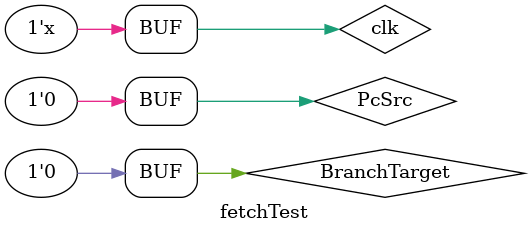
<source format=v>
`timescale 1ns / 1ps


module fetchTest;

	// Inputs
	reg clk;
	reg PcSrc;
	reg BranchTarget;

	// Outputs
	wire [15:0] addressOut;
	wire [15:0] instructionOut;
	wire hitOut;

	// Instantiate the Unit Under Test (UUT)
	fetch uut (
		.clk(clk), 
		.PcSrc(PcSrc), 
		.BranchTarget(BranchTarget), 
		.addressOut(addressOut), 
		.instructionOut(instructionOut), 
		.hitOut(hitOut)
	);

	initial begin
		// Initialize Inputs
		clk = 1;
		PcSrc = 0;
		BranchTarget = 0;

		// Wait 100 ns for global reset to finish
		#100;
        
		// Add stimulus here

	end
    always begin
	 #10;
	 clk = ~clk;
	 end
endmodule


</source>
